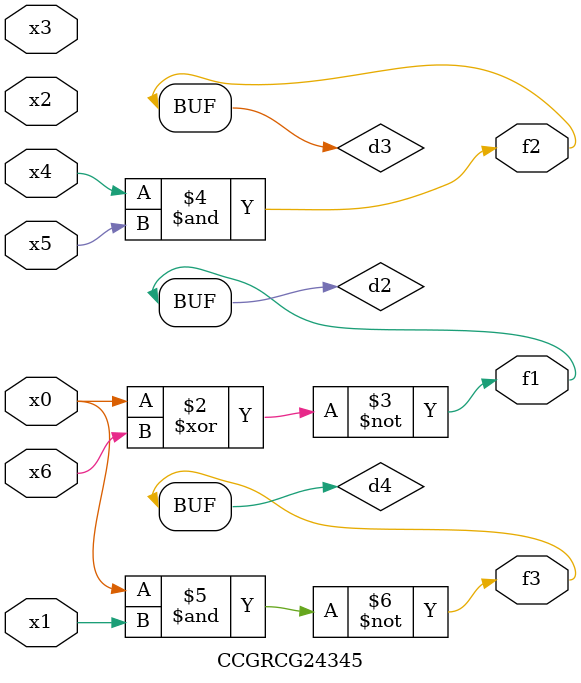
<source format=v>
module CCGRCG24345(
	input x0, x1, x2, x3, x4, x5, x6,
	output f1, f2, f3
);

	wire d1, d2, d3, d4;

	nor (d1, x0);
	xnor (d2, x0, x6);
	and (d3, x4, x5);
	nand (d4, x0, x1);
	assign f1 = d2;
	assign f2 = d3;
	assign f3 = d4;
endmodule

</source>
